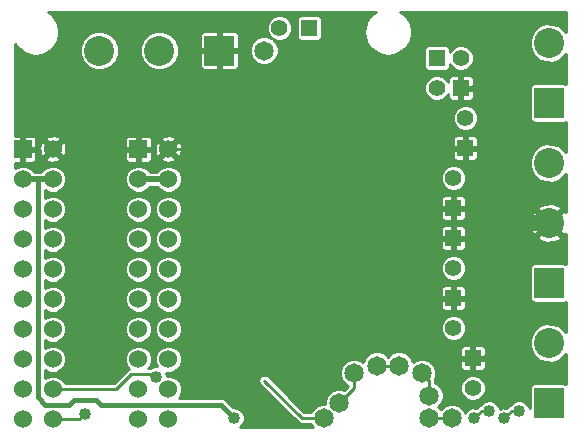
<source format=gbl>
G04 (created by PCBNEW (2013-07-07 BZR 4022)-stable) date 16/12/2013 14:51:33*
%MOIN*%
G04 Gerber Fmt 3.4, Leading zero omitted, Abs format*
%FSLAX34Y34*%
G01*
G70*
G90*
G04 APERTURE LIST*
%ADD10C,0.00590551*%
%ADD11R,0.06X0.06*%
%ADD12C,0.06*%
%ADD13R,0.1X0.1*%
%ADD14C,0.1*%
%ADD15R,0.055X0.055*%
%ADD16C,0.055*%
%ADD17C,0.04*%
%ADD18C,0.065*%
%ADD19C,0.01*%
%ADD20C,0.0154*%
%ADD21C,0.02*%
%ADD22C,0.0544*%
G04 APERTURE END LIST*
G54D10*
G54D11*
X70000Y-49984D03*
G54D12*
X71000Y-49984D03*
X70000Y-50984D03*
X71000Y-50984D03*
X70000Y-51984D03*
X71000Y-51984D03*
X70000Y-52984D03*
X71000Y-52984D03*
X70000Y-53984D03*
X71000Y-53984D03*
X70000Y-54984D03*
X71000Y-54984D03*
X70000Y-55984D03*
X71000Y-55984D03*
X70000Y-56984D03*
X71000Y-56984D03*
X70000Y-57984D03*
X71000Y-57984D03*
X70000Y-58984D03*
X71000Y-58984D03*
G54D13*
X87550Y-54450D03*
G54D14*
X87550Y-52450D03*
X87550Y-50450D03*
G54D13*
X87550Y-58450D03*
G54D14*
X87550Y-56450D03*
G54D13*
X87550Y-48450D03*
G54D14*
X87550Y-46450D03*
G54D11*
X73850Y-49984D03*
G54D12*
X74850Y-49984D03*
X73850Y-50984D03*
X74850Y-50984D03*
X73850Y-51984D03*
X74850Y-51984D03*
X73850Y-52984D03*
X74850Y-52984D03*
X73850Y-53984D03*
X74850Y-53984D03*
X73850Y-54984D03*
X74850Y-54984D03*
X73850Y-55984D03*
X74850Y-55984D03*
X73850Y-56984D03*
X74850Y-56984D03*
X73850Y-57984D03*
X74850Y-57984D03*
X73850Y-58984D03*
X74850Y-58984D03*
G54D13*
X76550Y-46700D03*
G54D14*
X74550Y-46700D03*
X72550Y-46700D03*
G54D15*
X84600Y-47950D03*
G54D16*
X84600Y-46950D03*
G54D15*
X84750Y-49950D03*
G54D16*
X84750Y-48950D03*
G54D15*
X84350Y-51950D03*
G54D16*
X84350Y-50950D03*
G54D15*
X84350Y-52950D03*
G54D16*
X84350Y-53950D03*
G54D15*
X84350Y-54950D03*
G54D16*
X84350Y-55950D03*
G54D15*
X85000Y-56950D03*
G54D16*
X85000Y-57950D03*
G54D15*
X79550Y-45950D03*
G54D16*
X78550Y-45950D03*
G54D15*
X83800Y-46950D03*
G54D16*
X83800Y-47950D03*
G54D17*
X86550Y-58700D03*
X86050Y-58950D03*
X85550Y-58700D03*
X85050Y-58950D03*
G54D18*
X84300Y-58950D03*
X83550Y-58950D03*
X83550Y-58200D03*
X83300Y-57450D03*
X82550Y-57200D03*
X81800Y-57200D03*
X81050Y-57450D03*
X80550Y-58450D03*
X80050Y-58950D03*
X78050Y-46700D03*
G54D17*
X77050Y-58950D03*
X72060Y-58810D03*
X74450Y-57580D03*
G54D18*
X82225Y-49025D03*
X80375Y-48425D03*
G54D17*
X80850Y-47500D03*
X82900Y-48850D03*
X83000Y-52100D03*
X75850Y-55450D03*
X70050Y-48450D03*
X70050Y-47450D03*
X70550Y-47950D03*
X71050Y-47450D03*
X71550Y-46950D03*
X72300Y-45700D03*
X73050Y-45700D03*
X74800Y-45700D03*
X74050Y-45700D03*
X73550Y-46200D03*
X73550Y-46950D03*
X72550Y-47950D03*
X72050Y-48200D03*
X71550Y-48700D03*
X71800Y-50200D03*
X72050Y-49700D03*
X71800Y-49200D03*
X75050Y-47950D03*
X74550Y-49200D03*
X74050Y-48950D03*
X74550Y-48450D03*
X75050Y-48950D03*
X75550Y-49450D03*
X76450Y-57300D03*
X76100Y-52450D03*
X75850Y-54450D03*
X76450Y-56050D03*
X76900Y-58200D03*
X87800Y-57450D03*
X86800Y-57200D03*
X86550Y-56700D03*
X86300Y-57200D03*
X85800Y-56700D03*
X86550Y-55200D03*
X86050Y-54700D03*
X85550Y-55200D03*
X85050Y-54700D03*
X86800Y-53200D03*
X87550Y-53450D03*
X86550Y-52700D03*
X86050Y-52200D03*
X85050Y-52200D03*
X85550Y-51700D03*
X86550Y-51700D03*
X87550Y-51450D03*
X86300Y-48200D03*
X85800Y-47700D03*
X85300Y-48200D03*
X86050Y-49700D03*
X85550Y-50200D03*
X86050Y-53200D03*
X85550Y-52700D03*
X85050Y-53200D03*
G54D18*
X80375Y-51125D03*
X83050Y-46950D03*
X83550Y-46200D03*
X84050Y-45700D03*
X84550Y-46200D03*
X85050Y-45700D03*
X85550Y-46200D03*
X86050Y-45700D03*
X86550Y-46200D03*
X86800Y-45700D03*
X79550Y-46700D03*
X80300Y-46700D03*
X83050Y-47950D03*
X78550Y-56950D03*
X79300Y-56950D03*
X79550Y-56200D03*
X78800Y-56200D03*
X75550Y-47450D03*
X75550Y-48450D03*
X76050Y-48950D03*
X76550Y-48450D03*
X76050Y-47950D03*
X77050Y-47950D03*
X78925Y-48225D03*
X80375Y-54175D03*
G54D17*
X78275Y-53075D03*
G54D18*
X78925Y-54075D03*
X79475Y-51525D03*
X82275Y-55075D03*
X83075Y-55025D03*
X78775Y-51175D03*
X81425Y-49025D03*
X79575Y-54525D03*
G54D17*
X77875Y-50175D03*
G54D18*
X79625Y-48475D03*
X82175Y-52075D03*
X81475Y-55025D03*
X81425Y-52075D03*
G54D19*
X86300Y-58700D02*
X86550Y-58700D01*
X86050Y-58950D02*
X86300Y-58700D01*
X85300Y-58700D02*
X85550Y-58700D01*
X85050Y-58950D02*
X85300Y-58700D01*
X83550Y-58950D02*
X84300Y-58950D01*
X83550Y-57700D02*
X83550Y-58200D01*
X83300Y-57450D02*
X83550Y-57700D01*
X81800Y-57200D02*
X82550Y-57200D01*
X81050Y-57950D02*
X81050Y-57450D01*
X80550Y-58450D02*
X81050Y-57950D01*
X79300Y-58950D02*
X80050Y-58950D01*
X78050Y-57700D02*
X79300Y-58950D01*
G54D20*
X70500Y-50984D02*
X70500Y-58250D01*
X76600Y-58500D02*
X77050Y-58950D01*
X72600Y-58500D02*
X76600Y-58500D01*
X72450Y-58350D02*
X72600Y-58500D01*
X71700Y-58350D02*
X72450Y-58350D01*
X71550Y-58500D02*
X71700Y-58350D01*
X70870Y-58500D02*
X71550Y-58500D01*
X70750Y-58500D02*
X70870Y-58500D01*
X70500Y-58250D02*
X70750Y-58500D01*
G54D21*
X71000Y-50984D02*
X70500Y-50984D01*
X70500Y-50984D02*
X70550Y-50984D01*
X70550Y-50984D02*
X70000Y-50984D01*
X74850Y-50984D02*
X73850Y-50984D01*
G54D19*
X71886Y-58984D02*
X71000Y-58984D01*
X72060Y-58810D02*
X71886Y-58984D01*
X73116Y-57984D02*
X71000Y-57984D01*
X73610Y-57490D02*
X73116Y-57984D01*
X74360Y-57490D02*
X73610Y-57490D01*
X74450Y-57580D02*
X74360Y-57490D01*
G54D22*
X80375Y-48425D02*
X80375Y-47975D01*
X80375Y-47975D02*
X80850Y-47500D01*
X83050Y-47950D02*
X83050Y-48100D01*
X83050Y-48100D02*
X82600Y-48550D01*
G54D19*
X76400Y-54950D02*
X76350Y-54950D01*
X76350Y-54950D02*
X75850Y-55450D01*
X70050Y-47450D02*
X70050Y-48450D01*
X71050Y-47450D02*
X70550Y-47950D01*
X71550Y-46450D02*
X71550Y-46950D01*
X72300Y-45700D02*
X71550Y-46450D01*
X74800Y-45700D02*
X73050Y-45700D01*
X73550Y-46200D02*
X74050Y-45700D01*
X72550Y-47950D02*
X73550Y-46950D01*
X71550Y-48700D02*
X72050Y-48200D01*
X71000Y-49984D02*
X71016Y-49984D01*
X71800Y-49950D02*
X71800Y-50200D01*
X72050Y-49700D02*
X71800Y-49950D01*
X71016Y-49984D02*
X71800Y-49200D01*
X76050Y-48950D02*
X75550Y-49450D01*
X74300Y-49200D02*
X74550Y-49200D01*
X74050Y-48950D02*
X74300Y-49200D01*
X75050Y-48950D02*
X74550Y-48450D01*
X76450Y-57300D02*
X76450Y-57750D01*
X76400Y-54900D02*
X76400Y-54950D01*
X76400Y-54950D02*
X76400Y-56000D01*
X75950Y-54450D02*
X76400Y-54900D01*
X76100Y-52450D02*
X76100Y-54200D01*
X75284Y-49984D02*
X76100Y-50800D01*
X76100Y-50800D02*
X76100Y-52450D01*
X74850Y-49984D02*
X75284Y-49984D01*
X76100Y-54200D02*
X75850Y-54450D01*
X75850Y-54450D02*
X75950Y-54450D01*
X76400Y-56000D02*
X76450Y-56050D01*
X76450Y-57300D02*
X76450Y-56050D01*
X76450Y-57750D02*
X76900Y-58200D01*
X86800Y-56950D02*
X86800Y-57200D01*
X86550Y-56700D02*
X86800Y-56950D01*
X85800Y-56700D02*
X86300Y-57200D01*
X86050Y-54700D02*
X86550Y-55200D01*
X85050Y-54700D02*
X85550Y-55200D01*
X86800Y-53200D02*
X87300Y-53200D01*
X86550Y-52950D02*
X86800Y-53200D01*
X86550Y-52700D02*
X86550Y-52950D01*
X87300Y-53200D02*
X87550Y-53450D01*
X86050Y-52200D02*
X85050Y-52200D01*
X85550Y-51700D02*
X86550Y-51700D01*
X85300Y-48200D02*
X85800Y-47700D01*
X85550Y-50200D02*
X86050Y-49700D01*
X86050Y-53200D02*
X86550Y-52700D01*
X85050Y-53200D02*
X85550Y-52700D01*
G54D22*
X87550Y-52450D02*
X86800Y-52450D01*
G54D19*
X83050Y-47950D02*
X83050Y-46950D01*
X83550Y-46200D02*
X84050Y-45700D01*
X84550Y-46200D02*
X85050Y-45700D01*
X85550Y-46200D02*
X86050Y-45700D01*
X86550Y-46200D02*
X86800Y-45950D01*
X86800Y-45950D02*
X86800Y-45700D01*
X79550Y-46700D02*
X78800Y-46700D01*
X83050Y-47950D02*
X82800Y-48200D01*
X82800Y-48200D02*
X82800Y-48950D01*
X80300Y-46950D02*
X80300Y-46700D01*
X81050Y-47700D02*
X80300Y-46950D01*
X79300Y-56950D02*
X78550Y-56950D01*
X78800Y-56200D02*
X79550Y-56200D01*
G54D22*
X75550Y-48450D02*
X75550Y-47450D01*
X76550Y-48450D02*
X76050Y-48950D01*
X77050Y-47950D02*
X76050Y-47950D01*
G54D10*
G36*
X88100Y-57808D02*
X88079Y-57800D01*
X88020Y-57799D01*
X87020Y-57799D01*
X86965Y-57822D01*
X86922Y-57864D01*
X86900Y-57920D01*
X86899Y-57979D01*
X86899Y-58630D01*
X86846Y-58502D01*
X86748Y-58403D01*
X86619Y-58350D01*
X86480Y-58349D01*
X86352Y-58403D01*
X86253Y-58501D01*
X86249Y-58509D01*
X86223Y-58515D01*
X86201Y-58529D01*
X86158Y-58558D01*
X86117Y-58600D01*
X85980Y-58599D01*
X85900Y-58633D01*
X85900Y-58630D01*
X85846Y-58502D01*
X85748Y-58403D01*
X85619Y-58350D01*
X85480Y-58349D01*
X85425Y-58372D01*
X85425Y-57865D01*
X85425Y-57865D01*
X85425Y-57254D01*
X85425Y-56645D01*
X85402Y-56590D01*
X85360Y-56547D01*
X85304Y-56525D01*
X85245Y-56524D01*
X85175Y-56524D01*
X85175Y-48865D01*
X85110Y-48709D01*
X85025Y-48623D01*
X85025Y-46865D01*
X84960Y-46709D01*
X84841Y-46589D01*
X84684Y-46525D01*
X84515Y-46524D01*
X84359Y-46589D01*
X84239Y-46708D01*
X84225Y-46744D01*
X84225Y-46645D01*
X84202Y-46590D01*
X84160Y-46547D01*
X84104Y-46525D01*
X84045Y-46524D01*
X83495Y-46524D01*
X83440Y-46547D01*
X83397Y-46589D01*
X83375Y-46645D01*
X83374Y-46704D01*
X83374Y-47254D01*
X83397Y-47309D01*
X83439Y-47352D01*
X83495Y-47374D01*
X83554Y-47375D01*
X84104Y-47375D01*
X84159Y-47352D01*
X84202Y-47310D01*
X84224Y-47254D01*
X84225Y-47195D01*
X84225Y-47155D01*
X84239Y-47190D01*
X84358Y-47310D01*
X84515Y-47374D01*
X84684Y-47375D01*
X84840Y-47310D01*
X84960Y-47191D01*
X85024Y-47034D01*
X85025Y-46865D01*
X85025Y-48623D01*
X85025Y-48623D01*
X85025Y-48254D01*
X85025Y-47645D01*
X85002Y-47590D01*
X84960Y-47547D01*
X84904Y-47525D01*
X84845Y-47524D01*
X84687Y-47525D01*
X84650Y-47562D01*
X84650Y-47900D01*
X84987Y-47900D01*
X85025Y-47862D01*
X85025Y-47645D01*
X85025Y-48254D01*
X85025Y-48037D01*
X84987Y-48000D01*
X84650Y-48000D01*
X84650Y-48337D01*
X84687Y-48375D01*
X84845Y-48375D01*
X84904Y-48374D01*
X84960Y-48352D01*
X85002Y-48309D01*
X85025Y-48254D01*
X85025Y-48623D01*
X84991Y-48589D01*
X84834Y-48525D01*
X84665Y-48524D01*
X84550Y-48572D01*
X84550Y-48337D01*
X84550Y-48000D01*
X84542Y-48000D01*
X84542Y-47900D01*
X84550Y-47900D01*
X84550Y-47562D01*
X84512Y-47525D01*
X84354Y-47524D01*
X84295Y-47525D01*
X84239Y-47547D01*
X84197Y-47590D01*
X84174Y-47645D01*
X84174Y-47744D01*
X84160Y-47709D01*
X84041Y-47589D01*
X83884Y-47525D01*
X83715Y-47524D01*
X83559Y-47589D01*
X83439Y-47708D01*
X83375Y-47865D01*
X83374Y-48034D01*
X83439Y-48190D01*
X83558Y-48310D01*
X83715Y-48374D01*
X83884Y-48375D01*
X84040Y-48310D01*
X84160Y-48191D01*
X84174Y-48155D01*
X84174Y-48254D01*
X84197Y-48309D01*
X84239Y-48352D01*
X84295Y-48374D01*
X84354Y-48375D01*
X84512Y-48375D01*
X84550Y-48337D01*
X84550Y-48572D01*
X84509Y-48589D01*
X84389Y-48708D01*
X84325Y-48865D01*
X84324Y-49034D01*
X84389Y-49190D01*
X84508Y-49310D01*
X84665Y-49374D01*
X84834Y-49375D01*
X84990Y-49310D01*
X85110Y-49191D01*
X85174Y-49034D01*
X85175Y-48865D01*
X85175Y-56524D01*
X85175Y-56524D01*
X85175Y-50254D01*
X85175Y-49645D01*
X85152Y-49590D01*
X85110Y-49547D01*
X85054Y-49525D01*
X84995Y-49524D01*
X84837Y-49525D01*
X84800Y-49562D01*
X84800Y-49900D01*
X85137Y-49900D01*
X85175Y-49862D01*
X85175Y-49645D01*
X85175Y-50254D01*
X85175Y-50037D01*
X85137Y-50000D01*
X84800Y-50000D01*
X84800Y-50337D01*
X84837Y-50375D01*
X84995Y-50375D01*
X85054Y-50374D01*
X85110Y-50352D01*
X85152Y-50309D01*
X85175Y-50254D01*
X85175Y-56524D01*
X85087Y-56525D01*
X85050Y-56562D01*
X85050Y-56900D01*
X85387Y-56900D01*
X85425Y-56862D01*
X85425Y-56645D01*
X85425Y-57254D01*
X85425Y-57037D01*
X85387Y-57000D01*
X85050Y-57000D01*
X85050Y-57337D01*
X85087Y-57375D01*
X85245Y-57375D01*
X85304Y-57374D01*
X85360Y-57352D01*
X85402Y-57309D01*
X85425Y-57254D01*
X85425Y-57865D01*
X85360Y-57709D01*
X85241Y-57589D01*
X85084Y-57525D01*
X84950Y-57524D01*
X84950Y-57337D01*
X84950Y-57000D01*
X84950Y-56900D01*
X84950Y-56562D01*
X84912Y-56525D01*
X84775Y-56524D01*
X84775Y-55865D01*
X84775Y-53865D01*
X84775Y-50865D01*
X84710Y-50709D01*
X84700Y-50699D01*
X84700Y-50337D01*
X84700Y-50000D01*
X84700Y-49900D01*
X84700Y-49562D01*
X84662Y-49525D01*
X84504Y-49524D01*
X84445Y-49525D01*
X84389Y-49547D01*
X84347Y-49590D01*
X84324Y-49645D01*
X84325Y-49862D01*
X84362Y-49900D01*
X84700Y-49900D01*
X84700Y-50000D01*
X84362Y-50000D01*
X84325Y-50037D01*
X84324Y-50254D01*
X84347Y-50309D01*
X84389Y-50352D01*
X84445Y-50374D01*
X84504Y-50375D01*
X84662Y-50375D01*
X84700Y-50337D01*
X84700Y-50699D01*
X84591Y-50589D01*
X84434Y-50525D01*
X84265Y-50524D01*
X84109Y-50589D01*
X83989Y-50708D01*
X83925Y-50865D01*
X83924Y-51034D01*
X83989Y-51190D01*
X84108Y-51310D01*
X84265Y-51374D01*
X84434Y-51375D01*
X84590Y-51310D01*
X84710Y-51191D01*
X84774Y-51034D01*
X84775Y-50865D01*
X84775Y-53865D01*
X84775Y-53865D01*
X84775Y-53254D01*
X84775Y-52645D01*
X84775Y-52254D01*
X84775Y-51645D01*
X84752Y-51590D01*
X84710Y-51547D01*
X84654Y-51525D01*
X84595Y-51524D01*
X84437Y-51525D01*
X84400Y-51562D01*
X84400Y-51900D01*
X84737Y-51900D01*
X84775Y-51862D01*
X84775Y-51645D01*
X84775Y-52254D01*
X84775Y-52037D01*
X84737Y-52000D01*
X84400Y-52000D01*
X84400Y-52337D01*
X84437Y-52375D01*
X84595Y-52375D01*
X84654Y-52374D01*
X84710Y-52352D01*
X84752Y-52309D01*
X84775Y-52254D01*
X84775Y-52645D01*
X84752Y-52590D01*
X84710Y-52547D01*
X84654Y-52525D01*
X84595Y-52524D01*
X84437Y-52525D01*
X84400Y-52562D01*
X84400Y-52900D01*
X84737Y-52900D01*
X84775Y-52862D01*
X84775Y-52645D01*
X84775Y-53254D01*
X84775Y-53037D01*
X84737Y-53000D01*
X84400Y-53000D01*
X84400Y-53337D01*
X84437Y-53375D01*
X84595Y-53375D01*
X84654Y-53374D01*
X84710Y-53352D01*
X84752Y-53309D01*
X84775Y-53254D01*
X84775Y-53865D01*
X84710Y-53709D01*
X84591Y-53589D01*
X84434Y-53525D01*
X84300Y-53524D01*
X84300Y-53337D01*
X84300Y-53000D01*
X84300Y-52900D01*
X84300Y-52562D01*
X84300Y-52337D01*
X84300Y-52000D01*
X84300Y-51900D01*
X84300Y-51562D01*
X84262Y-51525D01*
X84104Y-51524D01*
X84045Y-51525D01*
X83989Y-51547D01*
X83947Y-51590D01*
X83924Y-51645D01*
X83925Y-51862D01*
X83962Y-51900D01*
X84300Y-51900D01*
X84300Y-52000D01*
X83962Y-52000D01*
X83925Y-52037D01*
X83924Y-52254D01*
X83947Y-52309D01*
X83989Y-52352D01*
X84045Y-52374D01*
X84104Y-52375D01*
X84262Y-52375D01*
X84300Y-52337D01*
X84300Y-52562D01*
X84262Y-52525D01*
X84104Y-52524D01*
X84045Y-52525D01*
X83989Y-52547D01*
X83947Y-52590D01*
X83924Y-52645D01*
X83925Y-52862D01*
X83962Y-52900D01*
X84300Y-52900D01*
X84300Y-53000D01*
X83962Y-53000D01*
X83925Y-53037D01*
X83924Y-53254D01*
X83947Y-53309D01*
X83989Y-53352D01*
X84045Y-53374D01*
X84104Y-53375D01*
X84262Y-53375D01*
X84300Y-53337D01*
X84300Y-53524D01*
X84265Y-53524D01*
X84109Y-53589D01*
X83989Y-53708D01*
X83925Y-53865D01*
X83924Y-54034D01*
X83989Y-54190D01*
X84108Y-54310D01*
X84265Y-54374D01*
X84434Y-54375D01*
X84590Y-54310D01*
X84710Y-54191D01*
X84774Y-54034D01*
X84775Y-53865D01*
X84775Y-55865D01*
X84775Y-55865D01*
X84775Y-55254D01*
X84775Y-54645D01*
X84752Y-54590D01*
X84710Y-54547D01*
X84654Y-54525D01*
X84595Y-54524D01*
X84437Y-54525D01*
X84400Y-54562D01*
X84400Y-54900D01*
X84737Y-54900D01*
X84775Y-54862D01*
X84775Y-54645D01*
X84775Y-55254D01*
X84775Y-55037D01*
X84737Y-55000D01*
X84400Y-55000D01*
X84400Y-55337D01*
X84437Y-55375D01*
X84595Y-55375D01*
X84654Y-55374D01*
X84710Y-55352D01*
X84752Y-55309D01*
X84775Y-55254D01*
X84775Y-55865D01*
X84710Y-55709D01*
X84591Y-55589D01*
X84434Y-55525D01*
X84300Y-55524D01*
X84300Y-55337D01*
X84300Y-55000D01*
X84300Y-54900D01*
X84300Y-54562D01*
X84262Y-54525D01*
X84104Y-54524D01*
X84045Y-54525D01*
X83989Y-54547D01*
X83947Y-54590D01*
X83924Y-54645D01*
X83925Y-54862D01*
X83962Y-54900D01*
X84300Y-54900D01*
X84300Y-55000D01*
X83962Y-55000D01*
X83925Y-55037D01*
X83924Y-55254D01*
X83947Y-55309D01*
X83989Y-55352D01*
X84045Y-55374D01*
X84104Y-55375D01*
X84262Y-55375D01*
X84300Y-55337D01*
X84300Y-55524D01*
X84265Y-55524D01*
X84109Y-55589D01*
X83989Y-55708D01*
X83925Y-55865D01*
X83924Y-56034D01*
X83989Y-56190D01*
X84108Y-56310D01*
X84265Y-56374D01*
X84434Y-56375D01*
X84590Y-56310D01*
X84710Y-56191D01*
X84774Y-56034D01*
X84775Y-55865D01*
X84775Y-56524D01*
X84754Y-56524D01*
X84695Y-56525D01*
X84639Y-56547D01*
X84597Y-56590D01*
X84574Y-56645D01*
X84575Y-56862D01*
X84612Y-56900D01*
X84950Y-56900D01*
X84950Y-57000D01*
X84612Y-57000D01*
X84575Y-57037D01*
X84574Y-57254D01*
X84597Y-57309D01*
X84639Y-57352D01*
X84695Y-57374D01*
X84754Y-57375D01*
X84912Y-57375D01*
X84950Y-57337D01*
X84950Y-57524D01*
X84915Y-57524D01*
X84759Y-57589D01*
X84639Y-57708D01*
X84575Y-57865D01*
X84574Y-58034D01*
X84639Y-58190D01*
X84758Y-58310D01*
X84915Y-58374D01*
X85084Y-58375D01*
X85240Y-58310D01*
X85360Y-58191D01*
X85424Y-58034D01*
X85425Y-57865D01*
X85425Y-58372D01*
X85352Y-58403D01*
X85253Y-58501D01*
X85249Y-58509D01*
X85223Y-58515D01*
X85201Y-58529D01*
X85158Y-58558D01*
X85117Y-58600D01*
X84980Y-58599D01*
X84852Y-58653D01*
X84753Y-58751D01*
X84742Y-58777D01*
X84702Y-58681D01*
X84569Y-58547D01*
X84394Y-58475D01*
X84205Y-58474D01*
X84031Y-58547D01*
X83924Y-58653D01*
X83846Y-58574D01*
X83952Y-58469D01*
X84024Y-58294D01*
X84025Y-58105D01*
X83952Y-57931D01*
X83819Y-57797D01*
X83750Y-57768D01*
X83750Y-57700D01*
X83737Y-57635D01*
X83774Y-57544D01*
X83775Y-57355D01*
X83702Y-57181D01*
X83569Y-57047D01*
X83394Y-56975D01*
X83205Y-56974D01*
X83031Y-57047D01*
X83009Y-57068D01*
X82952Y-56931D01*
X82819Y-56797D01*
X82644Y-56725D01*
X82455Y-56724D01*
X82281Y-56797D01*
X82174Y-56903D01*
X82069Y-56797D01*
X81894Y-56725D01*
X81705Y-56724D01*
X81531Y-56797D01*
X81397Y-56930D01*
X81340Y-57068D01*
X81319Y-57047D01*
X81144Y-56975D01*
X80955Y-56974D01*
X80781Y-57047D01*
X80647Y-57180D01*
X80575Y-57355D01*
X80574Y-57544D01*
X80647Y-57718D01*
X80780Y-57852D01*
X80840Y-57877D01*
X80713Y-58003D01*
X80644Y-57975D01*
X80455Y-57974D01*
X80281Y-58047D01*
X80147Y-58180D01*
X80075Y-58355D01*
X80074Y-58475D01*
X79975Y-58474D01*
X79975Y-46195D01*
X79975Y-45645D01*
X79952Y-45590D01*
X79910Y-45547D01*
X79854Y-45525D01*
X79795Y-45524D01*
X79245Y-45524D01*
X79190Y-45547D01*
X79147Y-45589D01*
X79125Y-45645D01*
X79124Y-45704D01*
X79124Y-46254D01*
X79147Y-46309D01*
X79189Y-46352D01*
X79245Y-46374D01*
X79304Y-46375D01*
X79854Y-46375D01*
X79909Y-46352D01*
X79952Y-46310D01*
X79974Y-46254D01*
X79975Y-46195D01*
X79975Y-58474D01*
X79955Y-58474D01*
X79781Y-58547D01*
X79647Y-58680D01*
X79618Y-58750D01*
X79382Y-58750D01*
X78975Y-58342D01*
X78975Y-45865D01*
X78910Y-45709D01*
X78791Y-45589D01*
X78634Y-45525D01*
X78465Y-45524D01*
X78309Y-45589D01*
X78189Y-45708D01*
X78125Y-45865D01*
X78124Y-46034D01*
X78189Y-46190D01*
X78280Y-46281D01*
X78144Y-46225D01*
X77955Y-46224D01*
X77781Y-46297D01*
X77647Y-46430D01*
X77575Y-46605D01*
X77574Y-46794D01*
X77647Y-46968D01*
X77780Y-47102D01*
X77955Y-47174D01*
X78144Y-47175D01*
X78318Y-47102D01*
X78452Y-46969D01*
X78524Y-46794D01*
X78525Y-46605D01*
X78452Y-46431D01*
X78348Y-46326D01*
X78465Y-46374D01*
X78634Y-46375D01*
X78790Y-46310D01*
X78910Y-46191D01*
X78974Y-46034D01*
X78975Y-45865D01*
X78975Y-58342D01*
X78191Y-57558D01*
X78126Y-57515D01*
X78050Y-57500D01*
X77973Y-57515D01*
X77908Y-57558D01*
X77865Y-57623D01*
X77850Y-57700D01*
X77865Y-57776D01*
X77908Y-57841D01*
X79158Y-59091D01*
X79223Y-59134D01*
X79300Y-59150D01*
X79618Y-59150D01*
X79647Y-59218D01*
X79678Y-59250D01*
X77240Y-59250D01*
X77248Y-59246D01*
X77346Y-59148D01*
X77399Y-59019D01*
X77400Y-58880D01*
X77346Y-58752D01*
X77248Y-58653D01*
X77200Y-58633D01*
X77200Y-47170D01*
X77200Y-46229D01*
X77199Y-46170D01*
X77177Y-46114D01*
X77134Y-46072D01*
X77079Y-46049D01*
X76637Y-46050D01*
X76600Y-46087D01*
X76600Y-46650D01*
X77162Y-46650D01*
X77200Y-46612D01*
X77200Y-46229D01*
X77200Y-47170D01*
X77200Y-46787D01*
X77162Y-46750D01*
X76600Y-46750D01*
X76600Y-47312D01*
X76637Y-47350D01*
X77079Y-47350D01*
X77134Y-47327D01*
X77177Y-47285D01*
X77199Y-47229D01*
X77200Y-47170D01*
X77200Y-58633D01*
X77119Y-58600D01*
X77021Y-58599D01*
X76760Y-58339D01*
X76686Y-58290D01*
X76672Y-58287D01*
X76600Y-58272D01*
X76599Y-58273D01*
X76500Y-58273D01*
X76500Y-47312D01*
X76500Y-46750D01*
X76500Y-46650D01*
X76500Y-46087D01*
X76462Y-46050D01*
X76020Y-46049D01*
X75965Y-46072D01*
X75922Y-46114D01*
X75900Y-46170D01*
X75899Y-46229D01*
X75900Y-46612D01*
X75937Y-46650D01*
X76500Y-46650D01*
X76500Y-46750D01*
X75937Y-46750D01*
X75900Y-46787D01*
X75899Y-47170D01*
X75900Y-47229D01*
X75922Y-47285D01*
X75965Y-47327D01*
X76020Y-47350D01*
X76462Y-47350D01*
X76500Y-47312D01*
X76500Y-58273D01*
X75305Y-58273D01*
X75305Y-50041D01*
X75292Y-49863D01*
X75248Y-49756D01*
X75200Y-49732D01*
X75200Y-46571D01*
X75101Y-46332D01*
X74918Y-46149D01*
X74679Y-46050D01*
X74421Y-46049D01*
X74182Y-46148D01*
X73999Y-46331D01*
X73900Y-46570D01*
X73899Y-46828D01*
X73998Y-47067D01*
X74181Y-47250D01*
X74420Y-47349D01*
X74678Y-47350D01*
X74917Y-47251D01*
X75100Y-47068D01*
X75199Y-46829D01*
X75200Y-46571D01*
X75200Y-49732D01*
X75181Y-49723D01*
X75110Y-49794D01*
X75110Y-49652D01*
X75077Y-49585D01*
X74907Y-49528D01*
X74729Y-49541D01*
X74622Y-49585D01*
X74589Y-49652D01*
X74850Y-49913D01*
X75110Y-49652D01*
X75110Y-49794D01*
X74920Y-49984D01*
X75181Y-50244D01*
X75248Y-50211D01*
X75305Y-50041D01*
X75305Y-58273D01*
X75197Y-58273D01*
X75231Y-58239D01*
X75299Y-58073D01*
X75300Y-57894D01*
X75231Y-57729D01*
X75105Y-57602D01*
X74939Y-57534D01*
X74800Y-57533D01*
X74800Y-57510D01*
X74768Y-57433D01*
X74939Y-57434D01*
X75104Y-57365D01*
X75231Y-57239D01*
X75299Y-57073D01*
X75300Y-56894D01*
X75300Y-55894D01*
X75300Y-54894D01*
X75300Y-53894D01*
X75300Y-52894D01*
X75300Y-51894D01*
X75300Y-50894D01*
X75231Y-50729D01*
X75110Y-50607D01*
X75110Y-50315D01*
X74850Y-50054D01*
X74779Y-50125D01*
X74779Y-49984D01*
X74518Y-49723D01*
X74451Y-49756D01*
X74394Y-49926D01*
X74407Y-50104D01*
X74451Y-50211D01*
X74518Y-50244D01*
X74779Y-49984D01*
X74779Y-50125D01*
X74589Y-50315D01*
X74622Y-50382D01*
X74792Y-50439D01*
X74970Y-50426D01*
X75077Y-50382D01*
X75110Y-50315D01*
X75110Y-50607D01*
X75105Y-50602D01*
X74939Y-50534D01*
X74760Y-50533D01*
X74595Y-50602D01*
X74468Y-50728D01*
X74466Y-50734D01*
X74300Y-50734D01*
X74300Y-50313D01*
X74300Y-49654D01*
X74277Y-49599D01*
X74235Y-49556D01*
X74179Y-49534D01*
X74120Y-49533D01*
X73937Y-49534D01*
X73900Y-49571D01*
X73900Y-49934D01*
X74262Y-49934D01*
X74300Y-49896D01*
X74300Y-49654D01*
X74300Y-50313D01*
X74300Y-50071D01*
X74262Y-50034D01*
X73900Y-50034D01*
X73900Y-50396D01*
X73937Y-50434D01*
X74120Y-50434D01*
X74179Y-50433D01*
X74235Y-50411D01*
X74277Y-50368D01*
X74300Y-50313D01*
X74300Y-50734D01*
X74233Y-50734D01*
X74231Y-50729D01*
X74105Y-50602D01*
X73939Y-50534D01*
X73800Y-50533D01*
X73800Y-50396D01*
X73800Y-50034D01*
X73800Y-49934D01*
X73800Y-49571D01*
X73762Y-49534D01*
X73579Y-49533D01*
X73520Y-49534D01*
X73464Y-49556D01*
X73422Y-49599D01*
X73399Y-49654D01*
X73400Y-49896D01*
X73437Y-49934D01*
X73800Y-49934D01*
X73800Y-50034D01*
X73437Y-50034D01*
X73400Y-50071D01*
X73399Y-50313D01*
X73422Y-50368D01*
X73464Y-50411D01*
X73520Y-50433D01*
X73579Y-50434D01*
X73762Y-50434D01*
X73800Y-50396D01*
X73800Y-50533D01*
X73760Y-50533D01*
X73595Y-50602D01*
X73468Y-50728D01*
X73400Y-50894D01*
X73399Y-51073D01*
X73468Y-51238D01*
X73594Y-51365D01*
X73760Y-51433D01*
X73939Y-51434D01*
X74104Y-51365D01*
X74231Y-51239D01*
X74233Y-51234D01*
X74466Y-51234D01*
X74468Y-51238D01*
X74594Y-51365D01*
X74760Y-51433D01*
X74939Y-51434D01*
X75104Y-51365D01*
X75231Y-51239D01*
X75299Y-51073D01*
X75300Y-50894D01*
X75300Y-51894D01*
X75231Y-51729D01*
X75105Y-51602D01*
X74939Y-51534D01*
X74760Y-51533D01*
X74595Y-51602D01*
X74468Y-51728D01*
X74400Y-51894D01*
X74399Y-52073D01*
X74468Y-52238D01*
X74594Y-52365D01*
X74760Y-52433D01*
X74939Y-52434D01*
X75104Y-52365D01*
X75231Y-52239D01*
X75299Y-52073D01*
X75300Y-51894D01*
X75300Y-52894D01*
X75231Y-52729D01*
X75105Y-52602D01*
X74939Y-52534D01*
X74760Y-52533D01*
X74595Y-52602D01*
X74468Y-52728D01*
X74400Y-52894D01*
X74399Y-53073D01*
X74468Y-53238D01*
X74594Y-53365D01*
X74760Y-53433D01*
X74939Y-53434D01*
X75104Y-53365D01*
X75231Y-53239D01*
X75299Y-53073D01*
X75300Y-52894D01*
X75300Y-53894D01*
X75231Y-53729D01*
X75105Y-53602D01*
X74939Y-53534D01*
X74760Y-53533D01*
X74595Y-53602D01*
X74468Y-53728D01*
X74400Y-53894D01*
X74399Y-54073D01*
X74468Y-54238D01*
X74594Y-54365D01*
X74760Y-54433D01*
X74939Y-54434D01*
X75104Y-54365D01*
X75231Y-54239D01*
X75299Y-54073D01*
X75300Y-53894D01*
X75300Y-54894D01*
X75231Y-54729D01*
X75105Y-54602D01*
X74939Y-54534D01*
X74760Y-54533D01*
X74595Y-54602D01*
X74468Y-54728D01*
X74400Y-54894D01*
X74399Y-55073D01*
X74468Y-55238D01*
X74594Y-55365D01*
X74760Y-55433D01*
X74939Y-55434D01*
X75104Y-55365D01*
X75231Y-55239D01*
X75299Y-55073D01*
X75300Y-54894D01*
X75300Y-55894D01*
X75231Y-55729D01*
X75105Y-55602D01*
X74939Y-55534D01*
X74760Y-55533D01*
X74595Y-55602D01*
X74468Y-55728D01*
X74400Y-55894D01*
X74399Y-56073D01*
X74468Y-56238D01*
X74594Y-56365D01*
X74760Y-56433D01*
X74939Y-56434D01*
X75104Y-56365D01*
X75231Y-56239D01*
X75299Y-56073D01*
X75300Y-55894D01*
X75300Y-56894D01*
X75231Y-56729D01*
X75105Y-56602D01*
X74939Y-56534D01*
X74760Y-56533D01*
X74595Y-56602D01*
X74468Y-56728D01*
X74400Y-56894D01*
X74399Y-57073D01*
X74464Y-57230D01*
X74380Y-57229D01*
X74252Y-57283D01*
X74245Y-57290D01*
X74180Y-57290D01*
X74231Y-57239D01*
X74299Y-57073D01*
X74300Y-56894D01*
X74300Y-55894D01*
X74300Y-54894D01*
X74300Y-53894D01*
X74300Y-52894D01*
X74300Y-51894D01*
X74231Y-51729D01*
X74105Y-51602D01*
X73939Y-51534D01*
X73760Y-51533D01*
X73595Y-51602D01*
X73468Y-51728D01*
X73400Y-51894D01*
X73399Y-52073D01*
X73468Y-52238D01*
X73594Y-52365D01*
X73760Y-52433D01*
X73939Y-52434D01*
X74104Y-52365D01*
X74231Y-52239D01*
X74299Y-52073D01*
X74300Y-51894D01*
X74300Y-52894D01*
X74231Y-52729D01*
X74105Y-52602D01*
X73939Y-52534D01*
X73760Y-52533D01*
X73595Y-52602D01*
X73468Y-52728D01*
X73400Y-52894D01*
X73399Y-53073D01*
X73468Y-53238D01*
X73594Y-53365D01*
X73760Y-53433D01*
X73939Y-53434D01*
X74104Y-53365D01*
X74231Y-53239D01*
X74299Y-53073D01*
X74300Y-52894D01*
X74300Y-53894D01*
X74231Y-53729D01*
X74105Y-53602D01*
X73939Y-53534D01*
X73760Y-53533D01*
X73595Y-53602D01*
X73468Y-53728D01*
X73400Y-53894D01*
X73399Y-54073D01*
X73468Y-54238D01*
X73594Y-54365D01*
X73760Y-54433D01*
X73939Y-54434D01*
X74104Y-54365D01*
X74231Y-54239D01*
X74299Y-54073D01*
X74300Y-53894D01*
X74300Y-54894D01*
X74231Y-54729D01*
X74105Y-54602D01*
X73939Y-54534D01*
X73760Y-54533D01*
X73595Y-54602D01*
X73468Y-54728D01*
X73400Y-54894D01*
X73399Y-55073D01*
X73468Y-55238D01*
X73594Y-55365D01*
X73760Y-55433D01*
X73939Y-55434D01*
X74104Y-55365D01*
X74231Y-55239D01*
X74299Y-55073D01*
X74300Y-54894D01*
X74300Y-55894D01*
X74231Y-55729D01*
X74105Y-55602D01*
X73939Y-55534D01*
X73760Y-55533D01*
X73595Y-55602D01*
X73468Y-55728D01*
X73400Y-55894D01*
X73399Y-56073D01*
X73468Y-56238D01*
X73594Y-56365D01*
X73760Y-56433D01*
X73939Y-56434D01*
X74104Y-56365D01*
X74231Y-56239D01*
X74299Y-56073D01*
X74300Y-55894D01*
X74300Y-56894D01*
X74231Y-56729D01*
X74105Y-56602D01*
X73939Y-56534D01*
X73760Y-56533D01*
X73595Y-56602D01*
X73468Y-56728D01*
X73400Y-56894D01*
X73399Y-57073D01*
X73468Y-57238D01*
X73534Y-57304D01*
X73533Y-57305D01*
X73511Y-57319D01*
X73468Y-57348D01*
X73200Y-57617D01*
X73200Y-46571D01*
X73101Y-46332D01*
X72918Y-46149D01*
X72679Y-46050D01*
X72421Y-46049D01*
X72182Y-46148D01*
X71999Y-46331D01*
X71900Y-46570D01*
X71899Y-46828D01*
X71998Y-47067D01*
X72181Y-47250D01*
X72420Y-47349D01*
X72678Y-47350D01*
X72917Y-47251D01*
X73100Y-47068D01*
X73199Y-46829D01*
X73200Y-46571D01*
X73200Y-57617D01*
X73033Y-57784D01*
X71455Y-57784D01*
X71455Y-50041D01*
X71442Y-49863D01*
X71398Y-49756D01*
X71331Y-49723D01*
X71260Y-49794D01*
X71260Y-49652D01*
X71227Y-49585D01*
X71057Y-49528D01*
X70879Y-49541D01*
X70772Y-49585D01*
X70739Y-49652D01*
X71000Y-49913D01*
X71260Y-49652D01*
X71260Y-49794D01*
X71070Y-49984D01*
X71331Y-50244D01*
X71398Y-50211D01*
X71455Y-50041D01*
X71455Y-57784D01*
X71404Y-57784D01*
X71381Y-57729D01*
X71255Y-57602D01*
X71089Y-57534D01*
X70910Y-57533D01*
X70745Y-57602D01*
X70727Y-57620D01*
X70727Y-57347D01*
X70744Y-57365D01*
X70910Y-57433D01*
X71089Y-57434D01*
X71254Y-57365D01*
X71381Y-57239D01*
X71449Y-57073D01*
X71450Y-56894D01*
X71381Y-56729D01*
X71255Y-56602D01*
X71089Y-56534D01*
X70910Y-56533D01*
X70745Y-56602D01*
X70727Y-56620D01*
X70727Y-56347D01*
X70744Y-56365D01*
X70910Y-56433D01*
X71089Y-56434D01*
X71254Y-56365D01*
X71381Y-56239D01*
X71449Y-56073D01*
X71450Y-55894D01*
X71381Y-55729D01*
X71255Y-55602D01*
X71089Y-55534D01*
X70910Y-55533D01*
X70745Y-55602D01*
X70727Y-55620D01*
X70727Y-55347D01*
X70744Y-55365D01*
X70910Y-55433D01*
X71089Y-55434D01*
X71254Y-55365D01*
X71381Y-55239D01*
X71449Y-55073D01*
X71450Y-54894D01*
X71381Y-54729D01*
X71255Y-54602D01*
X71089Y-54534D01*
X70910Y-54533D01*
X70745Y-54602D01*
X70727Y-54620D01*
X70727Y-54347D01*
X70744Y-54365D01*
X70910Y-54433D01*
X71089Y-54434D01*
X71254Y-54365D01*
X71381Y-54239D01*
X71449Y-54073D01*
X71450Y-53894D01*
X71381Y-53729D01*
X71255Y-53602D01*
X71089Y-53534D01*
X70910Y-53533D01*
X70745Y-53602D01*
X70727Y-53620D01*
X70727Y-53347D01*
X70744Y-53365D01*
X70910Y-53433D01*
X71089Y-53434D01*
X71254Y-53365D01*
X71381Y-53239D01*
X71449Y-53073D01*
X71450Y-52894D01*
X71381Y-52729D01*
X71255Y-52602D01*
X71089Y-52534D01*
X70910Y-52533D01*
X70745Y-52602D01*
X70727Y-52620D01*
X70727Y-52347D01*
X70744Y-52365D01*
X70910Y-52433D01*
X71089Y-52434D01*
X71254Y-52365D01*
X71381Y-52239D01*
X71449Y-52073D01*
X71450Y-51894D01*
X71381Y-51729D01*
X71255Y-51602D01*
X71089Y-51534D01*
X70910Y-51533D01*
X70745Y-51602D01*
X70727Y-51620D01*
X70727Y-51347D01*
X70744Y-51365D01*
X70910Y-51433D01*
X71089Y-51434D01*
X71254Y-51365D01*
X71381Y-51239D01*
X71449Y-51073D01*
X71450Y-50894D01*
X71381Y-50729D01*
X71260Y-50607D01*
X71260Y-50315D01*
X71000Y-50054D01*
X70929Y-50125D01*
X70929Y-49984D01*
X70668Y-49723D01*
X70601Y-49756D01*
X70544Y-49926D01*
X70557Y-50104D01*
X70601Y-50211D01*
X70668Y-50244D01*
X70929Y-49984D01*
X70929Y-50125D01*
X70739Y-50315D01*
X70772Y-50382D01*
X70942Y-50439D01*
X71120Y-50426D01*
X71227Y-50382D01*
X71260Y-50315D01*
X71260Y-50607D01*
X71255Y-50602D01*
X71089Y-50534D01*
X70910Y-50533D01*
X70745Y-50602D01*
X70618Y-50728D01*
X70616Y-50734D01*
X70550Y-50734D01*
X70500Y-50734D01*
X70450Y-50734D01*
X70450Y-50313D01*
X70450Y-49654D01*
X70427Y-49599D01*
X70385Y-49556D01*
X70329Y-49534D01*
X70270Y-49533D01*
X70087Y-49534D01*
X70050Y-49571D01*
X70050Y-49934D01*
X70412Y-49934D01*
X70450Y-49896D01*
X70450Y-49654D01*
X70450Y-50313D01*
X70450Y-50071D01*
X70412Y-50034D01*
X70050Y-50034D01*
X70050Y-50396D01*
X70087Y-50434D01*
X70270Y-50434D01*
X70329Y-50433D01*
X70385Y-50411D01*
X70427Y-50368D01*
X70450Y-50313D01*
X70450Y-50734D01*
X70383Y-50734D01*
X70381Y-50729D01*
X70255Y-50602D01*
X70089Y-50534D01*
X69910Y-50533D01*
X69750Y-50600D01*
X69750Y-50434D01*
X69912Y-50434D01*
X69950Y-50396D01*
X69950Y-50034D01*
X69942Y-50034D01*
X69942Y-49934D01*
X69950Y-49934D01*
X69950Y-49571D01*
X69912Y-49534D01*
X69750Y-49533D01*
X69750Y-46484D01*
X69834Y-46610D01*
X69889Y-46665D01*
X69890Y-46665D01*
X70083Y-46794D01*
X70084Y-46795D01*
X70156Y-46825D01*
X70385Y-46871D01*
X70463Y-46871D01*
X70464Y-46871D01*
X70692Y-46825D01*
X70693Y-46825D01*
X70765Y-46795D01*
X70960Y-46665D01*
X71015Y-46610D01*
X71015Y-46609D01*
X71144Y-46416D01*
X71145Y-46415D01*
X71175Y-46343D01*
X71221Y-46114D01*
X71221Y-46113D01*
X71221Y-46113D01*
X71221Y-46075D01*
X71221Y-46036D01*
X71221Y-46036D01*
X71221Y-46035D01*
X71175Y-45806D01*
X71145Y-45734D01*
X71144Y-45733D01*
X71015Y-45540D01*
X71015Y-45539D01*
X70960Y-45484D01*
X70834Y-45400D01*
X81766Y-45400D01*
X81640Y-45484D01*
X81639Y-45484D01*
X81584Y-45539D01*
X81454Y-45734D01*
X81424Y-45806D01*
X81424Y-45807D01*
X81378Y-46035D01*
X81378Y-46035D01*
X81378Y-46036D01*
X81378Y-46075D01*
X81378Y-46113D01*
X81378Y-46114D01*
X81378Y-46114D01*
X81424Y-46342D01*
X81424Y-46343D01*
X81454Y-46415D01*
X81584Y-46610D01*
X81639Y-46665D01*
X81640Y-46665D01*
X81833Y-46794D01*
X81834Y-46795D01*
X81906Y-46825D01*
X82135Y-46871D01*
X82213Y-46871D01*
X82214Y-46871D01*
X82442Y-46825D01*
X82443Y-46825D01*
X82515Y-46795D01*
X82710Y-46665D01*
X82765Y-46610D01*
X82765Y-46609D01*
X82894Y-46416D01*
X82895Y-46415D01*
X82925Y-46343D01*
X82971Y-46114D01*
X82971Y-46113D01*
X82971Y-46113D01*
X82971Y-46075D01*
X82971Y-46036D01*
X82971Y-46036D01*
X82971Y-46035D01*
X82925Y-45806D01*
X82895Y-45734D01*
X82894Y-45733D01*
X82765Y-45540D01*
X82765Y-45539D01*
X82710Y-45484D01*
X82584Y-45400D01*
X88100Y-45400D01*
X88100Y-46080D01*
X87918Y-45899D01*
X87679Y-45800D01*
X87421Y-45799D01*
X87182Y-45898D01*
X86999Y-46081D01*
X86900Y-46320D01*
X86899Y-46578D01*
X86998Y-46817D01*
X87181Y-47000D01*
X87420Y-47099D01*
X87678Y-47100D01*
X87917Y-47001D01*
X88100Y-46819D01*
X88100Y-47808D01*
X88079Y-47800D01*
X88020Y-47799D01*
X87020Y-47799D01*
X86965Y-47822D01*
X86922Y-47864D01*
X86900Y-47920D01*
X86899Y-47979D01*
X86899Y-48979D01*
X86922Y-49034D01*
X86964Y-49077D01*
X87020Y-49099D01*
X87079Y-49100D01*
X88079Y-49100D01*
X88100Y-49091D01*
X88100Y-50080D01*
X87918Y-49899D01*
X87679Y-49800D01*
X87421Y-49799D01*
X87182Y-49898D01*
X86999Y-50081D01*
X86900Y-50320D01*
X86899Y-50578D01*
X86998Y-50817D01*
X87181Y-51000D01*
X87420Y-51099D01*
X87678Y-51100D01*
X87917Y-51001D01*
X88100Y-50819D01*
X88100Y-52092D01*
X88026Y-52044D01*
X87955Y-52115D01*
X87955Y-51973D01*
X87897Y-51885D01*
X87655Y-51795D01*
X87397Y-51805D01*
X87202Y-51885D01*
X87144Y-51973D01*
X87550Y-52379D01*
X87955Y-51973D01*
X87955Y-52115D01*
X87620Y-52450D01*
X88026Y-52855D01*
X88100Y-52807D01*
X88100Y-53808D01*
X88079Y-53800D01*
X88020Y-53799D01*
X87955Y-53799D01*
X87955Y-52926D01*
X87550Y-52520D01*
X87479Y-52591D01*
X87479Y-52450D01*
X87073Y-52044D01*
X86985Y-52102D01*
X86895Y-52344D01*
X86905Y-52602D01*
X86985Y-52797D01*
X87073Y-52855D01*
X87479Y-52450D01*
X87479Y-52591D01*
X87144Y-52926D01*
X87202Y-53014D01*
X87444Y-53104D01*
X87702Y-53094D01*
X87897Y-53014D01*
X87955Y-52926D01*
X87955Y-53799D01*
X87020Y-53799D01*
X86965Y-53822D01*
X86922Y-53864D01*
X86900Y-53920D01*
X86899Y-53979D01*
X86899Y-54979D01*
X86922Y-55034D01*
X86964Y-55077D01*
X87020Y-55099D01*
X87079Y-55100D01*
X88079Y-55100D01*
X88100Y-55091D01*
X88100Y-56080D01*
X87918Y-55899D01*
X87679Y-55800D01*
X87421Y-55799D01*
X87182Y-55898D01*
X86999Y-56081D01*
X86900Y-56320D01*
X86899Y-56578D01*
X86998Y-56817D01*
X87181Y-57000D01*
X87420Y-57099D01*
X87678Y-57100D01*
X87917Y-57001D01*
X88100Y-56819D01*
X88100Y-57808D01*
X88100Y-57808D01*
G37*
G54D19*
X88100Y-57808D02*
X88079Y-57800D01*
X88020Y-57799D01*
X87020Y-57799D01*
X86965Y-57822D01*
X86922Y-57864D01*
X86900Y-57920D01*
X86899Y-57979D01*
X86899Y-58630D01*
X86846Y-58502D01*
X86748Y-58403D01*
X86619Y-58350D01*
X86480Y-58349D01*
X86352Y-58403D01*
X86253Y-58501D01*
X86249Y-58509D01*
X86223Y-58515D01*
X86201Y-58529D01*
X86158Y-58558D01*
X86117Y-58600D01*
X85980Y-58599D01*
X85900Y-58633D01*
X85900Y-58630D01*
X85846Y-58502D01*
X85748Y-58403D01*
X85619Y-58350D01*
X85480Y-58349D01*
X85425Y-58372D01*
X85425Y-57865D01*
X85425Y-57865D01*
X85425Y-57254D01*
X85425Y-56645D01*
X85402Y-56590D01*
X85360Y-56547D01*
X85304Y-56525D01*
X85245Y-56524D01*
X85175Y-56524D01*
X85175Y-48865D01*
X85110Y-48709D01*
X85025Y-48623D01*
X85025Y-46865D01*
X84960Y-46709D01*
X84841Y-46589D01*
X84684Y-46525D01*
X84515Y-46524D01*
X84359Y-46589D01*
X84239Y-46708D01*
X84225Y-46744D01*
X84225Y-46645D01*
X84202Y-46590D01*
X84160Y-46547D01*
X84104Y-46525D01*
X84045Y-46524D01*
X83495Y-46524D01*
X83440Y-46547D01*
X83397Y-46589D01*
X83375Y-46645D01*
X83374Y-46704D01*
X83374Y-47254D01*
X83397Y-47309D01*
X83439Y-47352D01*
X83495Y-47374D01*
X83554Y-47375D01*
X84104Y-47375D01*
X84159Y-47352D01*
X84202Y-47310D01*
X84224Y-47254D01*
X84225Y-47195D01*
X84225Y-47155D01*
X84239Y-47190D01*
X84358Y-47310D01*
X84515Y-47374D01*
X84684Y-47375D01*
X84840Y-47310D01*
X84960Y-47191D01*
X85024Y-47034D01*
X85025Y-46865D01*
X85025Y-48623D01*
X85025Y-48623D01*
X85025Y-48254D01*
X85025Y-47645D01*
X85002Y-47590D01*
X84960Y-47547D01*
X84904Y-47525D01*
X84845Y-47524D01*
X84687Y-47525D01*
X84650Y-47562D01*
X84650Y-47900D01*
X84987Y-47900D01*
X85025Y-47862D01*
X85025Y-47645D01*
X85025Y-48254D01*
X85025Y-48037D01*
X84987Y-48000D01*
X84650Y-48000D01*
X84650Y-48337D01*
X84687Y-48375D01*
X84845Y-48375D01*
X84904Y-48374D01*
X84960Y-48352D01*
X85002Y-48309D01*
X85025Y-48254D01*
X85025Y-48623D01*
X84991Y-48589D01*
X84834Y-48525D01*
X84665Y-48524D01*
X84550Y-48572D01*
X84550Y-48337D01*
X84550Y-48000D01*
X84542Y-48000D01*
X84542Y-47900D01*
X84550Y-47900D01*
X84550Y-47562D01*
X84512Y-47525D01*
X84354Y-47524D01*
X84295Y-47525D01*
X84239Y-47547D01*
X84197Y-47590D01*
X84174Y-47645D01*
X84174Y-47744D01*
X84160Y-47709D01*
X84041Y-47589D01*
X83884Y-47525D01*
X83715Y-47524D01*
X83559Y-47589D01*
X83439Y-47708D01*
X83375Y-47865D01*
X83374Y-48034D01*
X83439Y-48190D01*
X83558Y-48310D01*
X83715Y-48374D01*
X83884Y-48375D01*
X84040Y-48310D01*
X84160Y-48191D01*
X84174Y-48155D01*
X84174Y-48254D01*
X84197Y-48309D01*
X84239Y-48352D01*
X84295Y-48374D01*
X84354Y-48375D01*
X84512Y-48375D01*
X84550Y-48337D01*
X84550Y-48572D01*
X84509Y-48589D01*
X84389Y-48708D01*
X84325Y-48865D01*
X84324Y-49034D01*
X84389Y-49190D01*
X84508Y-49310D01*
X84665Y-49374D01*
X84834Y-49375D01*
X84990Y-49310D01*
X85110Y-49191D01*
X85174Y-49034D01*
X85175Y-48865D01*
X85175Y-56524D01*
X85175Y-56524D01*
X85175Y-50254D01*
X85175Y-49645D01*
X85152Y-49590D01*
X85110Y-49547D01*
X85054Y-49525D01*
X84995Y-49524D01*
X84837Y-49525D01*
X84800Y-49562D01*
X84800Y-49900D01*
X85137Y-49900D01*
X85175Y-49862D01*
X85175Y-49645D01*
X85175Y-50254D01*
X85175Y-50037D01*
X85137Y-50000D01*
X84800Y-50000D01*
X84800Y-50337D01*
X84837Y-50375D01*
X84995Y-50375D01*
X85054Y-50374D01*
X85110Y-50352D01*
X85152Y-50309D01*
X85175Y-50254D01*
X85175Y-56524D01*
X85087Y-56525D01*
X85050Y-56562D01*
X85050Y-56900D01*
X85387Y-56900D01*
X85425Y-56862D01*
X85425Y-56645D01*
X85425Y-57254D01*
X85425Y-57037D01*
X85387Y-57000D01*
X85050Y-57000D01*
X85050Y-57337D01*
X85087Y-57375D01*
X85245Y-57375D01*
X85304Y-57374D01*
X85360Y-57352D01*
X85402Y-57309D01*
X85425Y-57254D01*
X85425Y-57865D01*
X85360Y-57709D01*
X85241Y-57589D01*
X85084Y-57525D01*
X84950Y-57524D01*
X84950Y-57337D01*
X84950Y-57000D01*
X84950Y-56900D01*
X84950Y-56562D01*
X84912Y-56525D01*
X84775Y-56524D01*
X84775Y-55865D01*
X84775Y-53865D01*
X84775Y-50865D01*
X84710Y-50709D01*
X84700Y-50699D01*
X84700Y-50337D01*
X84700Y-50000D01*
X84700Y-49900D01*
X84700Y-49562D01*
X84662Y-49525D01*
X84504Y-49524D01*
X84445Y-49525D01*
X84389Y-49547D01*
X84347Y-49590D01*
X84324Y-49645D01*
X84325Y-49862D01*
X84362Y-49900D01*
X84700Y-49900D01*
X84700Y-50000D01*
X84362Y-50000D01*
X84325Y-50037D01*
X84324Y-50254D01*
X84347Y-50309D01*
X84389Y-50352D01*
X84445Y-50374D01*
X84504Y-50375D01*
X84662Y-50375D01*
X84700Y-50337D01*
X84700Y-50699D01*
X84591Y-50589D01*
X84434Y-50525D01*
X84265Y-50524D01*
X84109Y-50589D01*
X83989Y-50708D01*
X83925Y-50865D01*
X83924Y-51034D01*
X83989Y-51190D01*
X84108Y-51310D01*
X84265Y-51374D01*
X84434Y-51375D01*
X84590Y-51310D01*
X84710Y-51191D01*
X84774Y-51034D01*
X84775Y-50865D01*
X84775Y-53865D01*
X84775Y-53865D01*
X84775Y-53254D01*
X84775Y-52645D01*
X84775Y-52254D01*
X84775Y-51645D01*
X84752Y-51590D01*
X84710Y-51547D01*
X84654Y-51525D01*
X84595Y-51524D01*
X84437Y-51525D01*
X84400Y-51562D01*
X84400Y-51900D01*
X84737Y-51900D01*
X84775Y-51862D01*
X84775Y-51645D01*
X84775Y-52254D01*
X84775Y-52037D01*
X84737Y-52000D01*
X84400Y-52000D01*
X84400Y-52337D01*
X84437Y-52375D01*
X84595Y-52375D01*
X84654Y-52374D01*
X84710Y-52352D01*
X84752Y-52309D01*
X84775Y-52254D01*
X84775Y-52645D01*
X84752Y-52590D01*
X84710Y-52547D01*
X84654Y-52525D01*
X84595Y-52524D01*
X84437Y-52525D01*
X84400Y-52562D01*
X84400Y-52900D01*
X84737Y-52900D01*
X84775Y-52862D01*
X84775Y-52645D01*
X84775Y-53254D01*
X84775Y-53037D01*
X84737Y-53000D01*
X84400Y-53000D01*
X84400Y-53337D01*
X84437Y-53375D01*
X84595Y-53375D01*
X84654Y-53374D01*
X84710Y-53352D01*
X84752Y-53309D01*
X84775Y-53254D01*
X84775Y-53865D01*
X84710Y-53709D01*
X84591Y-53589D01*
X84434Y-53525D01*
X84300Y-53524D01*
X84300Y-53337D01*
X84300Y-53000D01*
X84300Y-52900D01*
X84300Y-52562D01*
X84300Y-52337D01*
X84300Y-52000D01*
X84300Y-51900D01*
X84300Y-51562D01*
X84262Y-51525D01*
X84104Y-51524D01*
X84045Y-51525D01*
X83989Y-51547D01*
X83947Y-51590D01*
X83924Y-51645D01*
X83925Y-51862D01*
X83962Y-51900D01*
X84300Y-51900D01*
X84300Y-52000D01*
X83962Y-52000D01*
X83925Y-52037D01*
X83924Y-52254D01*
X83947Y-52309D01*
X83989Y-52352D01*
X84045Y-52374D01*
X84104Y-52375D01*
X84262Y-52375D01*
X84300Y-52337D01*
X84300Y-52562D01*
X84262Y-52525D01*
X84104Y-52524D01*
X84045Y-52525D01*
X83989Y-52547D01*
X83947Y-52590D01*
X83924Y-52645D01*
X83925Y-52862D01*
X83962Y-52900D01*
X84300Y-52900D01*
X84300Y-53000D01*
X83962Y-53000D01*
X83925Y-53037D01*
X83924Y-53254D01*
X83947Y-53309D01*
X83989Y-53352D01*
X84045Y-53374D01*
X84104Y-53375D01*
X84262Y-53375D01*
X84300Y-53337D01*
X84300Y-53524D01*
X84265Y-53524D01*
X84109Y-53589D01*
X83989Y-53708D01*
X83925Y-53865D01*
X83924Y-54034D01*
X83989Y-54190D01*
X84108Y-54310D01*
X84265Y-54374D01*
X84434Y-54375D01*
X84590Y-54310D01*
X84710Y-54191D01*
X84774Y-54034D01*
X84775Y-53865D01*
X84775Y-55865D01*
X84775Y-55865D01*
X84775Y-55254D01*
X84775Y-54645D01*
X84752Y-54590D01*
X84710Y-54547D01*
X84654Y-54525D01*
X84595Y-54524D01*
X84437Y-54525D01*
X84400Y-54562D01*
X84400Y-54900D01*
X84737Y-54900D01*
X84775Y-54862D01*
X84775Y-54645D01*
X84775Y-55254D01*
X84775Y-55037D01*
X84737Y-55000D01*
X84400Y-55000D01*
X84400Y-55337D01*
X84437Y-55375D01*
X84595Y-55375D01*
X84654Y-55374D01*
X84710Y-55352D01*
X84752Y-55309D01*
X84775Y-55254D01*
X84775Y-55865D01*
X84710Y-55709D01*
X84591Y-55589D01*
X84434Y-55525D01*
X84300Y-55524D01*
X84300Y-55337D01*
X84300Y-55000D01*
X84300Y-54900D01*
X84300Y-54562D01*
X84262Y-54525D01*
X84104Y-54524D01*
X84045Y-54525D01*
X83989Y-54547D01*
X83947Y-54590D01*
X83924Y-54645D01*
X83925Y-54862D01*
X83962Y-54900D01*
X84300Y-54900D01*
X84300Y-55000D01*
X83962Y-55000D01*
X83925Y-55037D01*
X83924Y-55254D01*
X83947Y-55309D01*
X83989Y-55352D01*
X84045Y-55374D01*
X84104Y-55375D01*
X84262Y-55375D01*
X84300Y-55337D01*
X84300Y-55524D01*
X84265Y-55524D01*
X84109Y-55589D01*
X83989Y-55708D01*
X83925Y-55865D01*
X83924Y-56034D01*
X83989Y-56190D01*
X84108Y-56310D01*
X84265Y-56374D01*
X84434Y-56375D01*
X84590Y-56310D01*
X84710Y-56191D01*
X84774Y-56034D01*
X84775Y-55865D01*
X84775Y-56524D01*
X84754Y-56524D01*
X84695Y-56525D01*
X84639Y-56547D01*
X84597Y-56590D01*
X84574Y-56645D01*
X84575Y-56862D01*
X84612Y-56900D01*
X84950Y-56900D01*
X84950Y-57000D01*
X84612Y-57000D01*
X84575Y-57037D01*
X84574Y-57254D01*
X84597Y-57309D01*
X84639Y-57352D01*
X84695Y-57374D01*
X84754Y-57375D01*
X84912Y-57375D01*
X84950Y-57337D01*
X84950Y-57524D01*
X84915Y-57524D01*
X84759Y-57589D01*
X84639Y-57708D01*
X84575Y-57865D01*
X84574Y-58034D01*
X84639Y-58190D01*
X84758Y-58310D01*
X84915Y-58374D01*
X85084Y-58375D01*
X85240Y-58310D01*
X85360Y-58191D01*
X85424Y-58034D01*
X85425Y-57865D01*
X85425Y-58372D01*
X85352Y-58403D01*
X85253Y-58501D01*
X85249Y-58509D01*
X85223Y-58515D01*
X85201Y-58529D01*
X85158Y-58558D01*
X85117Y-58600D01*
X84980Y-58599D01*
X84852Y-58653D01*
X84753Y-58751D01*
X84742Y-58777D01*
X84702Y-58681D01*
X84569Y-58547D01*
X84394Y-58475D01*
X84205Y-58474D01*
X84031Y-58547D01*
X83924Y-58653D01*
X83846Y-58574D01*
X83952Y-58469D01*
X84024Y-58294D01*
X84025Y-58105D01*
X83952Y-57931D01*
X83819Y-57797D01*
X83750Y-57768D01*
X83750Y-57700D01*
X83737Y-57635D01*
X83774Y-57544D01*
X83775Y-57355D01*
X83702Y-57181D01*
X83569Y-57047D01*
X83394Y-56975D01*
X83205Y-56974D01*
X83031Y-57047D01*
X83009Y-57068D01*
X82952Y-56931D01*
X82819Y-56797D01*
X82644Y-56725D01*
X82455Y-56724D01*
X82281Y-56797D01*
X82174Y-56903D01*
X82069Y-56797D01*
X81894Y-56725D01*
X81705Y-56724D01*
X81531Y-56797D01*
X81397Y-56930D01*
X81340Y-57068D01*
X81319Y-57047D01*
X81144Y-56975D01*
X80955Y-56974D01*
X80781Y-57047D01*
X80647Y-57180D01*
X80575Y-57355D01*
X80574Y-57544D01*
X80647Y-57718D01*
X80780Y-57852D01*
X80840Y-57877D01*
X80713Y-58003D01*
X80644Y-57975D01*
X80455Y-57974D01*
X80281Y-58047D01*
X80147Y-58180D01*
X80075Y-58355D01*
X80074Y-58475D01*
X79975Y-58474D01*
X79975Y-46195D01*
X79975Y-45645D01*
X79952Y-45590D01*
X79910Y-45547D01*
X79854Y-45525D01*
X79795Y-45524D01*
X79245Y-45524D01*
X79190Y-45547D01*
X79147Y-45589D01*
X79125Y-45645D01*
X79124Y-45704D01*
X79124Y-46254D01*
X79147Y-46309D01*
X79189Y-46352D01*
X79245Y-46374D01*
X79304Y-46375D01*
X79854Y-46375D01*
X79909Y-46352D01*
X79952Y-46310D01*
X79974Y-46254D01*
X79975Y-46195D01*
X79975Y-58474D01*
X79955Y-58474D01*
X79781Y-58547D01*
X79647Y-58680D01*
X79618Y-58750D01*
X79382Y-58750D01*
X78975Y-58342D01*
X78975Y-45865D01*
X78910Y-45709D01*
X78791Y-45589D01*
X78634Y-45525D01*
X78465Y-45524D01*
X78309Y-45589D01*
X78189Y-45708D01*
X78125Y-45865D01*
X78124Y-46034D01*
X78189Y-46190D01*
X78280Y-46281D01*
X78144Y-46225D01*
X77955Y-46224D01*
X77781Y-46297D01*
X77647Y-46430D01*
X77575Y-46605D01*
X77574Y-46794D01*
X77647Y-46968D01*
X77780Y-47102D01*
X77955Y-47174D01*
X78144Y-47175D01*
X78318Y-47102D01*
X78452Y-46969D01*
X78524Y-46794D01*
X78525Y-46605D01*
X78452Y-46431D01*
X78348Y-46326D01*
X78465Y-46374D01*
X78634Y-46375D01*
X78790Y-46310D01*
X78910Y-46191D01*
X78974Y-46034D01*
X78975Y-45865D01*
X78975Y-58342D01*
X78191Y-57558D01*
X78126Y-57515D01*
X78050Y-57500D01*
X77973Y-57515D01*
X77908Y-57558D01*
X77865Y-57623D01*
X77850Y-57700D01*
X77865Y-57776D01*
X77908Y-57841D01*
X79158Y-59091D01*
X79223Y-59134D01*
X79300Y-59150D01*
X79618Y-59150D01*
X79647Y-59218D01*
X79678Y-59250D01*
X77240Y-59250D01*
X77248Y-59246D01*
X77346Y-59148D01*
X77399Y-59019D01*
X77400Y-58880D01*
X77346Y-58752D01*
X77248Y-58653D01*
X77200Y-58633D01*
X77200Y-47170D01*
X77200Y-46229D01*
X77199Y-46170D01*
X77177Y-46114D01*
X77134Y-46072D01*
X77079Y-46049D01*
X76637Y-46050D01*
X76600Y-46087D01*
X76600Y-46650D01*
X77162Y-46650D01*
X77200Y-46612D01*
X77200Y-46229D01*
X77200Y-47170D01*
X77200Y-46787D01*
X77162Y-46750D01*
X76600Y-46750D01*
X76600Y-47312D01*
X76637Y-47350D01*
X77079Y-47350D01*
X77134Y-47327D01*
X77177Y-47285D01*
X77199Y-47229D01*
X77200Y-47170D01*
X77200Y-58633D01*
X77119Y-58600D01*
X77021Y-58599D01*
X76760Y-58339D01*
X76686Y-58290D01*
X76672Y-58287D01*
X76600Y-58272D01*
X76599Y-58273D01*
X76500Y-58273D01*
X76500Y-47312D01*
X76500Y-46750D01*
X76500Y-46650D01*
X76500Y-46087D01*
X76462Y-46050D01*
X76020Y-46049D01*
X75965Y-46072D01*
X75922Y-46114D01*
X75900Y-46170D01*
X75899Y-46229D01*
X75900Y-46612D01*
X75937Y-46650D01*
X76500Y-46650D01*
X76500Y-46750D01*
X75937Y-46750D01*
X75900Y-46787D01*
X75899Y-47170D01*
X75900Y-47229D01*
X75922Y-47285D01*
X75965Y-47327D01*
X76020Y-47350D01*
X76462Y-47350D01*
X76500Y-47312D01*
X76500Y-58273D01*
X75305Y-58273D01*
X75305Y-50041D01*
X75292Y-49863D01*
X75248Y-49756D01*
X75200Y-49732D01*
X75200Y-46571D01*
X75101Y-46332D01*
X74918Y-46149D01*
X74679Y-46050D01*
X74421Y-46049D01*
X74182Y-46148D01*
X73999Y-46331D01*
X73900Y-46570D01*
X73899Y-46828D01*
X73998Y-47067D01*
X74181Y-47250D01*
X74420Y-47349D01*
X74678Y-47350D01*
X74917Y-47251D01*
X75100Y-47068D01*
X75199Y-46829D01*
X75200Y-46571D01*
X75200Y-49732D01*
X75181Y-49723D01*
X75110Y-49794D01*
X75110Y-49652D01*
X75077Y-49585D01*
X74907Y-49528D01*
X74729Y-49541D01*
X74622Y-49585D01*
X74589Y-49652D01*
X74850Y-49913D01*
X75110Y-49652D01*
X75110Y-49794D01*
X74920Y-49984D01*
X75181Y-50244D01*
X75248Y-50211D01*
X75305Y-50041D01*
X75305Y-58273D01*
X75197Y-58273D01*
X75231Y-58239D01*
X75299Y-58073D01*
X75300Y-57894D01*
X75231Y-57729D01*
X75105Y-57602D01*
X74939Y-57534D01*
X74800Y-57533D01*
X74800Y-57510D01*
X74768Y-57433D01*
X74939Y-57434D01*
X75104Y-57365D01*
X75231Y-57239D01*
X75299Y-57073D01*
X75300Y-56894D01*
X75300Y-55894D01*
X75300Y-54894D01*
X75300Y-53894D01*
X75300Y-52894D01*
X75300Y-51894D01*
X75300Y-50894D01*
X75231Y-50729D01*
X75110Y-50607D01*
X75110Y-50315D01*
X74850Y-50054D01*
X74779Y-50125D01*
X74779Y-49984D01*
X74518Y-49723D01*
X74451Y-49756D01*
X74394Y-49926D01*
X74407Y-50104D01*
X74451Y-50211D01*
X74518Y-50244D01*
X74779Y-49984D01*
X74779Y-50125D01*
X74589Y-50315D01*
X74622Y-50382D01*
X74792Y-50439D01*
X74970Y-50426D01*
X75077Y-50382D01*
X75110Y-50315D01*
X75110Y-50607D01*
X75105Y-50602D01*
X74939Y-50534D01*
X74760Y-50533D01*
X74595Y-50602D01*
X74468Y-50728D01*
X74466Y-50734D01*
X74300Y-50734D01*
X74300Y-50313D01*
X74300Y-49654D01*
X74277Y-49599D01*
X74235Y-49556D01*
X74179Y-49534D01*
X74120Y-49533D01*
X73937Y-49534D01*
X73900Y-49571D01*
X73900Y-49934D01*
X74262Y-49934D01*
X74300Y-49896D01*
X74300Y-49654D01*
X74300Y-50313D01*
X74300Y-50071D01*
X74262Y-50034D01*
X73900Y-50034D01*
X73900Y-50396D01*
X73937Y-50434D01*
X74120Y-50434D01*
X74179Y-50433D01*
X74235Y-50411D01*
X74277Y-50368D01*
X74300Y-50313D01*
X74300Y-50734D01*
X74233Y-50734D01*
X74231Y-50729D01*
X74105Y-50602D01*
X73939Y-50534D01*
X73800Y-50533D01*
X73800Y-50396D01*
X73800Y-50034D01*
X73800Y-49934D01*
X73800Y-49571D01*
X73762Y-49534D01*
X73579Y-49533D01*
X73520Y-49534D01*
X73464Y-49556D01*
X73422Y-49599D01*
X73399Y-49654D01*
X73400Y-49896D01*
X73437Y-49934D01*
X73800Y-49934D01*
X73800Y-50034D01*
X73437Y-50034D01*
X73400Y-50071D01*
X73399Y-50313D01*
X73422Y-50368D01*
X73464Y-50411D01*
X73520Y-50433D01*
X73579Y-50434D01*
X73762Y-50434D01*
X73800Y-50396D01*
X73800Y-50533D01*
X73760Y-50533D01*
X73595Y-50602D01*
X73468Y-50728D01*
X73400Y-50894D01*
X73399Y-51073D01*
X73468Y-51238D01*
X73594Y-51365D01*
X73760Y-51433D01*
X73939Y-51434D01*
X74104Y-51365D01*
X74231Y-51239D01*
X74233Y-51234D01*
X74466Y-51234D01*
X74468Y-51238D01*
X74594Y-51365D01*
X74760Y-51433D01*
X74939Y-51434D01*
X75104Y-51365D01*
X75231Y-51239D01*
X75299Y-51073D01*
X75300Y-50894D01*
X75300Y-51894D01*
X75231Y-51729D01*
X75105Y-51602D01*
X74939Y-51534D01*
X74760Y-51533D01*
X74595Y-51602D01*
X74468Y-51728D01*
X74400Y-51894D01*
X74399Y-52073D01*
X74468Y-52238D01*
X74594Y-52365D01*
X74760Y-52433D01*
X74939Y-52434D01*
X75104Y-52365D01*
X75231Y-52239D01*
X75299Y-52073D01*
X75300Y-51894D01*
X75300Y-52894D01*
X75231Y-52729D01*
X75105Y-52602D01*
X74939Y-52534D01*
X74760Y-52533D01*
X74595Y-52602D01*
X74468Y-52728D01*
X74400Y-52894D01*
X74399Y-53073D01*
X74468Y-53238D01*
X74594Y-53365D01*
X74760Y-53433D01*
X74939Y-53434D01*
X75104Y-53365D01*
X75231Y-53239D01*
X75299Y-53073D01*
X75300Y-52894D01*
X75300Y-53894D01*
X75231Y-53729D01*
X75105Y-53602D01*
X74939Y-53534D01*
X74760Y-53533D01*
X74595Y-53602D01*
X74468Y-53728D01*
X74400Y-53894D01*
X74399Y-54073D01*
X74468Y-54238D01*
X74594Y-54365D01*
X74760Y-54433D01*
X74939Y-54434D01*
X75104Y-54365D01*
X75231Y-54239D01*
X75299Y-54073D01*
X75300Y-53894D01*
X75300Y-54894D01*
X75231Y-54729D01*
X75105Y-54602D01*
X74939Y-54534D01*
X74760Y-54533D01*
X74595Y-54602D01*
X74468Y-54728D01*
X74400Y-54894D01*
X74399Y-55073D01*
X74468Y-55238D01*
X74594Y-55365D01*
X74760Y-55433D01*
X74939Y-55434D01*
X75104Y-55365D01*
X75231Y-55239D01*
X75299Y-55073D01*
X75300Y-54894D01*
X75300Y-55894D01*
X75231Y-55729D01*
X75105Y-55602D01*
X74939Y-55534D01*
X74760Y-55533D01*
X74595Y-55602D01*
X74468Y-55728D01*
X74400Y-55894D01*
X74399Y-56073D01*
X74468Y-56238D01*
X74594Y-56365D01*
X74760Y-56433D01*
X74939Y-56434D01*
X75104Y-56365D01*
X75231Y-56239D01*
X75299Y-56073D01*
X75300Y-55894D01*
X75300Y-56894D01*
X75231Y-56729D01*
X75105Y-56602D01*
X74939Y-56534D01*
X74760Y-56533D01*
X74595Y-56602D01*
X74468Y-56728D01*
X74400Y-56894D01*
X74399Y-57073D01*
X74464Y-57230D01*
X74380Y-57229D01*
X74252Y-57283D01*
X74245Y-57290D01*
X74180Y-57290D01*
X74231Y-57239D01*
X74299Y-57073D01*
X74300Y-56894D01*
X74300Y-55894D01*
X74300Y-54894D01*
X74300Y-53894D01*
X74300Y-52894D01*
X74300Y-51894D01*
X74231Y-51729D01*
X74105Y-51602D01*
X73939Y-51534D01*
X73760Y-51533D01*
X73595Y-51602D01*
X73468Y-51728D01*
X73400Y-51894D01*
X73399Y-52073D01*
X73468Y-52238D01*
X73594Y-52365D01*
X73760Y-52433D01*
X73939Y-52434D01*
X74104Y-52365D01*
X74231Y-52239D01*
X74299Y-52073D01*
X74300Y-51894D01*
X74300Y-52894D01*
X74231Y-52729D01*
X74105Y-52602D01*
X73939Y-52534D01*
X73760Y-52533D01*
X73595Y-52602D01*
X73468Y-52728D01*
X73400Y-52894D01*
X73399Y-53073D01*
X73468Y-53238D01*
X73594Y-53365D01*
X73760Y-53433D01*
X73939Y-53434D01*
X74104Y-53365D01*
X74231Y-53239D01*
X74299Y-53073D01*
X74300Y-52894D01*
X74300Y-53894D01*
X74231Y-53729D01*
X74105Y-53602D01*
X73939Y-53534D01*
X73760Y-53533D01*
X73595Y-53602D01*
X73468Y-53728D01*
X73400Y-53894D01*
X73399Y-54073D01*
X73468Y-54238D01*
X73594Y-54365D01*
X73760Y-54433D01*
X73939Y-54434D01*
X74104Y-54365D01*
X74231Y-54239D01*
X74299Y-54073D01*
X74300Y-53894D01*
X74300Y-54894D01*
X74231Y-54729D01*
X74105Y-54602D01*
X73939Y-54534D01*
X73760Y-54533D01*
X73595Y-54602D01*
X73468Y-54728D01*
X73400Y-54894D01*
X73399Y-55073D01*
X73468Y-55238D01*
X73594Y-55365D01*
X73760Y-55433D01*
X73939Y-55434D01*
X74104Y-55365D01*
X74231Y-55239D01*
X74299Y-55073D01*
X74300Y-54894D01*
X74300Y-55894D01*
X74231Y-55729D01*
X74105Y-55602D01*
X73939Y-55534D01*
X73760Y-55533D01*
X73595Y-55602D01*
X73468Y-55728D01*
X73400Y-55894D01*
X73399Y-56073D01*
X73468Y-56238D01*
X73594Y-56365D01*
X73760Y-56433D01*
X73939Y-56434D01*
X74104Y-56365D01*
X74231Y-56239D01*
X74299Y-56073D01*
X74300Y-55894D01*
X74300Y-56894D01*
X74231Y-56729D01*
X74105Y-56602D01*
X73939Y-56534D01*
X73760Y-56533D01*
X73595Y-56602D01*
X73468Y-56728D01*
X73400Y-56894D01*
X73399Y-57073D01*
X73468Y-57238D01*
X73534Y-57304D01*
X73533Y-57305D01*
X73511Y-57319D01*
X73468Y-57348D01*
X73200Y-57617D01*
X73200Y-46571D01*
X73101Y-46332D01*
X72918Y-46149D01*
X72679Y-46050D01*
X72421Y-46049D01*
X72182Y-46148D01*
X71999Y-46331D01*
X71900Y-46570D01*
X71899Y-46828D01*
X71998Y-47067D01*
X72181Y-47250D01*
X72420Y-47349D01*
X72678Y-47350D01*
X72917Y-47251D01*
X73100Y-47068D01*
X73199Y-46829D01*
X73200Y-46571D01*
X73200Y-57617D01*
X73033Y-57784D01*
X71455Y-57784D01*
X71455Y-50041D01*
X71442Y-49863D01*
X71398Y-49756D01*
X71331Y-49723D01*
X71260Y-49794D01*
X71260Y-49652D01*
X71227Y-49585D01*
X71057Y-49528D01*
X70879Y-49541D01*
X70772Y-49585D01*
X70739Y-49652D01*
X71000Y-49913D01*
X71260Y-49652D01*
X71260Y-49794D01*
X71070Y-49984D01*
X71331Y-50244D01*
X71398Y-50211D01*
X71455Y-50041D01*
X71455Y-57784D01*
X71404Y-57784D01*
X71381Y-57729D01*
X71255Y-57602D01*
X71089Y-57534D01*
X70910Y-57533D01*
X70745Y-57602D01*
X70727Y-57620D01*
X70727Y-57347D01*
X70744Y-57365D01*
X70910Y-57433D01*
X71089Y-57434D01*
X71254Y-57365D01*
X71381Y-57239D01*
X71449Y-57073D01*
X71450Y-56894D01*
X71381Y-56729D01*
X71255Y-56602D01*
X71089Y-56534D01*
X70910Y-56533D01*
X70745Y-56602D01*
X70727Y-56620D01*
X70727Y-56347D01*
X70744Y-56365D01*
X70910Y-56433D01*
X71089Y-56434D01*
X71254Y-56365D01*
X71381Y-56239D01*
X71449Y-56073D01*
X71450Y-55894D01*
X71381Y-55729D01*
X71255Y-55602D01*
X71089Y-55534D01*
X70910Y-55533D01*
X70745Y-55602D01*
X70727Y-55620D01*
X70727Y-55347D01*
X70744Y-55365D01*
X70910Y-55433D01*
X71089Y-55434D01*
X71254Y-55365D01*
X71381Y-55239D01*
X71449Y-55073D01*
X71450Y-54894D01*
X71381Y-54729D01*
X71255Y-54602D01*
X71089Y-54534D01*
X70910Y-54533D01*
X70745Y-54602D01*
X70727Y-54620D01*
X70727Y-54347D01*
X70744Y-54365D01*
X70910Y-54433D01*
X71089Y-54434D01*
X71254Y-54365D01*
X71381Y-54239D01*
X71449Y-54073D01*
X71450Y-53894D01*
X71381Y-53729D01*
X71255Y-53602D01*
X71089Y-53534D01*
X70910Y-53533D01*
X70745Y-53602D01*
X70727Y-53620D01*
X70727Y-53347D01*
X70744Y-53365D01*
X70910Y-53433D01*
X71089Y-53434D01*
X71254Y-53365D01*
X71381Y-53239D01*
X71449Y-53073D01*
X71450Y-52894D01*
X71381Y-52729D01*
X71255Y-52602D01*
X71089Y-52534D01*
X70910Y-52533D01*
X70745Y-52602D01*
X70727Y-52620D01*
X70727Y-52347D01*
X70744Y-52365D01*
X70910Y-52433D01*
X71089Y-52434D01*
X71254Y-52365D01*
X71381Y-52239D01*
X71449Y-52073D01*
X71450Y-51894D01*
X71381Y-51729D01*
X71255Y-51602D01*
X71089Y-51534D01*
X70910Y-51533D01*
X70745Y-51602D01*
X70727Y-51620D01*
X70727Y-51347D01*
X70744Y-51365D01*
X70910Y-51433D01*
X71089Y-51434D01*
X71254Y-51365D01*
X71381Y-51239D01*
X71449Y-51073D01*
X71450Y-50894D01*
X71381Y-50729D01*
X71260Y-50607D01*
X71260Y-50315D01*
X71000Y-50054D01*
X70929Y-50125D01*
X70929Y-49984D01*
X70668Y-49723D01*
X70601Y-49756D01*
X70544Y-49926D01*
X70557Y-50104D01*
X70601Y-50211D01*
X70668Y-50244D01*
X70929Y-49984D01*
X70929Y-50125D01*
X70739Y-50315D01*
X70772Y-50382D01*
X70942Y-50439D01*
X71120Y-50426D01*
X71227Y-50382D01*
X71260Y-50315D01*
X71260Y-50607D01*
X71255Y-50602D01*
X71089Y-50534D01*
X70910Y-50533D01*
X70745Y-50602D01*
X70618Y-50728D01*
X70616Y-50734D01*
X70550Y-50734D01*
X70500Y-50734D01*
X70450Y-50734D01*
X70450Y-50313D01*
X70450Y-49654D01*
X70427Y-49599D01*
X70385Y-49556D01*
X70329Y-49534D01*
X70270Y-49533D01*
X70087Y-49534D01*
X70050Y-49571D01*
X70050Y-49934D01*
X70412Y-49934D01*
X70450Y-49896D01*
X70450Y-49654D01*
X70450Y-50313D01*
X70450Y-50071D01*
X70412Y-50034D01*
X70050Y-50034D01*
X70050Y-50396D01*
X70087Y-50434D01*
X70270Y-50434D01*
X70329Y-50433D01*
X70385Y-50411D01*
X70427Y-50368D01*
X70450Y-50313D01*
X70450Y-50734D01*
X70383Y-50734D01*
X70381Y-50729D01*
X70255Y-50602D01*
X70089Y-50534D01*
X69910Y-50533D01*
X69750Y-50600D01*
X69750Y-50434D01*
X69912Y-50434D01*
X69950Y-50396D01*
X69950Y-50034D01*
X69942Y-50034D01*
X69942Y-49934D01*
X69950Y-49934D01*
X69950Y-49571D01*
X69912Y-49534D01*
X69750Y-49533D01*
X69750Y-46484D01*
X69834Y-46610D01*
X69889Y-46665D01*
X69890Y-46665D01*
X70083Y-46794D01*
X70084Y-46795D01*
X70156Y-46825D01*
X70385Y-46871D01*
X70463Y-46871D01*
X70464Y-46871D01*
X70692Y-46825D01*
X70693Y-46825D01*
X70765Y-46795D01*
X70960Y-46665D01*
X71015Y-46610D01*
X71015Y-46609D01*
X71144Y-46416D01*
X71145Y-46415D01*
X71175Y-46343D01*
X71221Y-46114D01*
X71221Y-46113D01*
X71221Y-46113D01*
X71221Y-46075D01*
X71221Y-46036D01*
X71221Y-46036D01*
X71221Y-46035D01*
X71175Y-45806D01*
X71145Y-45734D01*
X71144Y-45733D01*
X71015Y-45540D01*
X71015Y-45539D01*
X70960Y-45484D01*
X70834Y-45400D01*
X81766Y-45400D01*
X81640Y-45484D01*
X81639Y-45484D01*
X81584Y-45539D01*
X81454Y-45734D01*
X81424Y-45806D01*
X81424Y-45807D01*
X81378Y-46035D01*
X81378Y-46035D01*
X81378Y-46036D01*
X81378Y-46075D01*
X81378Y-46113D01*
X81378Y-46114D01*
X81378Y-46114D01*
X81424Y-46342D01*
X81424Y-46343D01*
X81454Y-46415D01*
X81584Y-46610D01*
X81639Y-46665D01*
X81640Y-46665D01*
X81833Y-46794D01*
X81834Y-46795D01*
X81906Y-46825D01*
X82135Y-46871D01*
X82213Y-46871D01*
X82214Y-46871D01*
X82442Y-46825D01*
X82443Y-46825D01*
X82515Y-46795D01*
X82710Y-46665D01*
X82765Y-46610D01*
X82765Y-46609D01*
X82894Y-46416D01*
X82895Y-46415D01*
X82925Y-46343D01*
X82971Y-46114D01*
X82971Y-46113D01*
X82971Y-46113D01*
X82971Y-46075D01*
X82971Y-46036D01*
X82971Y-46036D01*
X82971Y-46035D01*
X82925Y-45806D01*
X82895Y-45734D01*
X82894Y-45733D01*
X82765Y-45540D01*
X82765Y-45539D01*
X82710Y-45484D01*
X82584Y-45400D01*
X88100Y-45400D01*
X88100Y-46080D01*
X87918Y-45899D01*
X87679Y-45800D01*
X87421Y-45799D01*
X87182Y-45898D01*
X86999Y-46081D01*
X86900Y-46320D01*
X86899Y-46578D01*
X86998Y-46817D01*
X87181Y-47000D01*
X87420Y-47099D01*
X87678Y-47100D01*
X87917Y-47001D01*
X88100Y-46819D01*
X88100Y-47808D01*
X88079Y-47800D01*
X88020Y-47799D01*
X87020Y-47799D01*
X86965Y-47822D01*
X86922Y-47864D01*
X86900Y-47920D01*
X86899Y-47979D01*
X86899Y-48979D01*
X86922Y-49034D01*
X86964Y-49077D01*
X87020Y-49099D01*
X87079Y-49100D01*
X88079Y-49100D01*
X88100Y-49091D01*
X88100Y-50080D01*
X87918Y-49899D01*
X87679Y-49800D01*
X87421Y-49799D01*
X87182Y-49898D01*
X86999Y-50081D01*
X86900Y-50320D01*
X86899Y-50578D01*
X86998Y-50817D01*
X87181Y-51000D01*
X87420Y-51099D01*
X87678Y-51100D01*
X87917Y-51001D01*
X88100Y-50819D01*
X88100Y-52092D01*
X88026Y-52044D01*
X87955Y-52115D01*
X87955Y-51973D01*
X87897Y-51885D01*
X87655Y-51795D01*
X87397Y-51805D01*
X87202Y-51885D01*
X87144Y-51973D01*
X87550Y-52379D01*
X87955Y-51973D01*
X87955Y-52115D01*
X87620Y-52450D01*
X88026Y-52855D01*
X88100Y-52807D01*
X88100Y-53808D01*
X88079Y-53800D01*
X88020Y-53799D01*
X87955Y-53799D01*
X87955Y-52926D01*
X87550Y-52520D01*
X87479Y-52591D01*
X87479Y-52450D01*
X87073Y-52044D01*
X86985Y-52102D01*
X86895Y-52344D01*
X86905Y-52602D01*
X86985Y-52797D01*
X87073Y-52855D01*
X87479Y-52450D01*
X87479Y-52591D01*
X87144Y-52926D01*
X87202Y-53014D01*
X87444Y-53104D01*
X87702Y-53094D01*
X87897Y-53014D01*
X87955Y-52926D01*
X87955Y-53799D01*
X87020Y-53799D01*
X86965Y-53822D01*
X86922Y-53864D01*
X86900Y-53920D01*
X86899Y-53979D01*
X86899Y-54979D01*
X86922Y-55034D01*
X86964Y-55077D01*
X87020Y-55099D01*
X87079Y-55100D01*
X88079Y-55100D01*
X88100Y-55091D01*
X88100Y-56080D01*
X87918Y-55899D01*
X87679Y-55800D01*
X87421Y-55799D01*
X87182Y-55898D01*
X86999Y-56081D01*
X86900Y-56320D01*
X86899Y-56578D01*
X86998Y-56817D01*
X87181Y-57000D01*
X87420Y-57099D01*
X87678Y-57100D01*
X87917Y-57001D01*
X88100Y-56819D01*
X88100Y-57808D01*
M02*

</source>
